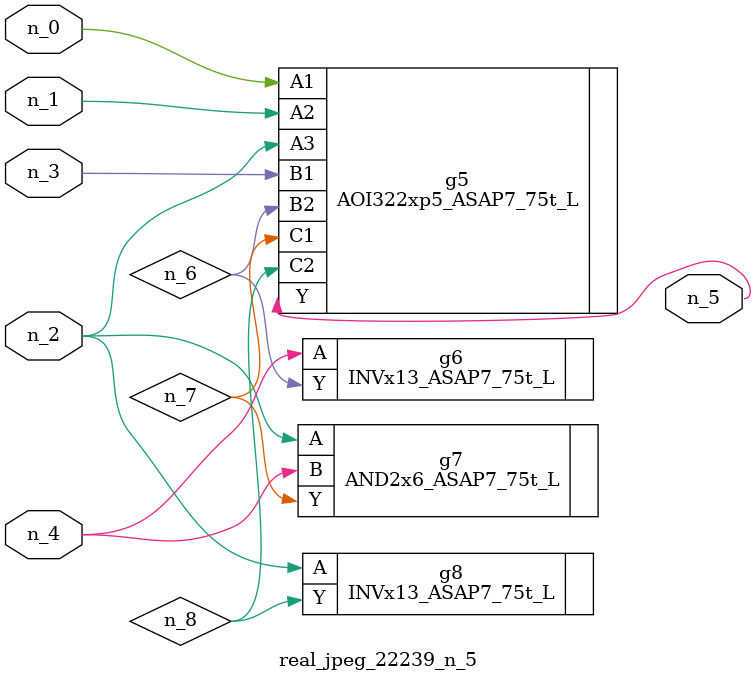
<source format=v>
module real_jpeg_22239_n_5 (n_4, n_0, n_1, n_2, n_3, n_5);

input n_4;
input n_0;
input n_1;
input n_2;
input n_3;

output n_5;

wire n_8;
wire n_6;
wire n_7;

AOI322xp5_ASAP7_75t_L g5 ( 
.A1(n_0),
.A2(n_1),
.A3(n_2),
.B1(n_3),
.B2(n_6),
.C1(n_7),
.C2(n_8),
.Y(n_5)
);

AND2x6_ASAP7_75t_L g7 ( 
.A(n_2),
.B(n_4),
.Y(n_7)
);

INVx13_ASAP7_75t_L g8 ( 
.A(n_2),
.Y(n_8)
);

INVx13_ASAP7_75t_L g6 ( 
.A(n_4),
.Y(n_6)
);


endmodule
</source>
